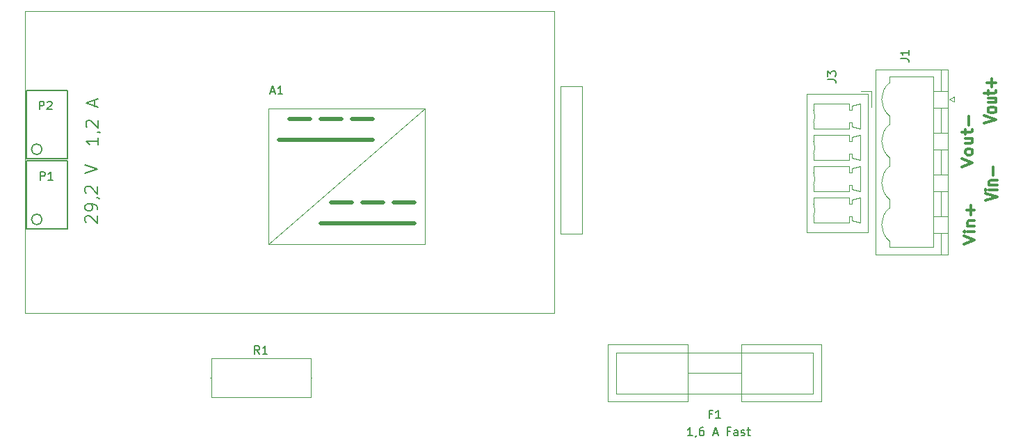
<source format=gbr>
%TF.GenerationSoftware,KiCad,Pcbnew,6.0.11+dfsg-1~bpo11+1*%
%TF.CreationDate,2023-03-23T17:03:22+00:00*%
%TF.ProjectId,mower_PowerDeviceCarrier,6d6f7765-725f-4506-9f77-657244657669,rev?*%
%TF.SameCoordinates,PX2b5aa20PY5837b10*%
%TF.FileFunction,Legend,Top*%
%TF.FilePolarity,Positive*%
%FSLAX46Y46*%
G04 Gerber Fmt 4.6, Leading zero omitted, Abs format (unit mm)*
G04 Created by KiCad (PCBNEW 6.0.11+dfsg-1~bpo11+1) date 2023-03-23 17:03:22*
%MOMM*%
%LPD*%
G01*
G04 APERTURE LIST*
%ADD10C,0.200000*%
%ADD11C,0.300000*%
%ADD12C,0.150000*%
%ADD13C,0.120000*%
%ADD14C,0.500000*%
G04 APERTURE END LIST*
D10*
X40126000Y-74316400D02*
X45104400Y-74316400D01*
X45104400Y-74316400D02*
X45104400Y-82647600D01*
X45104400Y-82647600D02*
X40126000Y-82647600D01*
X40126000Y-82647600D02*
X40126000Y-74316400D01*
X40126000Y-82850800D02*
X45104400Y-82850800D01*
X45104400Y-82850800D02*
X45104400Y-91182000D01*
X45104400Y-91182000D02*
X40126000Y-91182000D01*
X40126000Y-91182000D02*
X40126000Y-82850800D01*
X41991778Y-81479200D02*
G75*
G03*
X41991778Y-81479200I-646578J0D01*
G01*
X41991778Y-90013600D02*
G75*
G03*
X41991778Y-90013600I-646578J0D01*
G01*
D11*
X156804971Y-87729714D02*
X158304971Y-87296380D01*
X156804971Y-86863047D01*
X158304971Y-86429714D02*
X157304971Y-86429714D01*
X156804971Y-86429714D02*
X156876400Y-86491619D01*
X156947828Y-86429714D01*
X156876400Y-86367809D01*
X156804971Y-86429714D01*
X156947828Y-86429714D01*
X157304971Y-85810666D02*
X158304971Y-85810666D01*
X157447828Y-85810666D02*
X157376400Y-85748761D01*
X157304971Y-85624952D01*
X157304971Y-85439238D01*
X157376400Y-85315428D01*
X157519257Y-85253523D01*
X158304971Y-85253523D01*
X157733542Y-84634476D02*
X157733542Y-83644000D01*
X156652571Y-78270514D02*
X158152571Y-77837180D01*
X156652571Y-77403847D01*
X158152571Y-76784800D02*
X158081142Y-76908609D01*
X158009714Y-76970514D01*
X157866857Y-77032419D01*
X157438285Y-77032419D01*
X157295428Y-76970514D01*
X157224000Y-76908609D01*
X157152571Y-76784800D01*
X157152571Y-76599085D01*
X157224000Y-76475276D01*
X157295428Y-76413371D01*
X157438285Y-76351466D01*
X157866857Y-76351466D01*
X158009714Y-76413371D01*
X158081142Y-76475276D01*
X158152571Y-76599085D01*
X158152571Y-76784800D01*
X157152571Y-75237180D02*
X158152571Y-75237180D01*
X157152571Y-75794323D02*
X157938285Y-75794323D01*
X158081142Y-75732419D01*
X158152571Y-75608609D01*
X158152571Y-75422895D01*
X158081142Y-75299085D01*
X158009714Y-75237180D01*
X157152571Y-74803847D02*
X157152571Y-74308609D01*
X156652571Y-74618133D02*
X157938285Y-74618133D01*
X158081142Y-74556228D01*
X158152571Y-74432419D01*
X158152571Y-74308609D01*
X157581142Y-73875276D02*
X157581142Y-72884800D01*
X158152571Y-73380038D02*
X157009714Y-73380038D01*
X153968095Y-83626685D02*
X155268095Y-83126685D01*
X153968095Y-82626685D01*
X155268095Y-81912400D02*
X155206190Y-82055257D01*
X155144285Y-82126685D01*
X155020476Y-82198114D01*
X154649047Y-82198114D01*
X154525238Y-82126685D01*
X154463333Y-82055257D01*
X154401428Y-81912400D01*
X154401428Y-81698114D01*
X154463333Y-81555257D01*
X154525238Y-81483828D01*
X154649047Y-81412400D01*
X155020476Y-81412400D01*
X155144285Y-81483828D01*
X155206190Y-81555257D01*
X155268095Y-81698114D01*
X155268095Y-81912400D01*
X154401428Y-80126685D02*
X155268095Y-80126685D01*
X154401428Y-80769542D02*
X155082380Y-80769542D01*
X155206190Y-80698114D01*
X155268095Y-80555257D01*
X155268095Y-80340971D01*
X155206190Y-80198114D01*
X155144285Y-80126685D01*
X154401428Y-79626685D02*
X154401428Y-79055257D01*
X153968095Y-79412400D02*
X155082380Y-79412400D01*
X155206190Y-79340971D01*
X155268095Y-79198114D01*
X155268095Y-79055257D01*
X154772857Y-78555257D02*
X154772857Y-77412400D01*
D10*
X48830971Y-80085142D02*
X48830971Y-80942285D01*
X48830971Y-80513714D02*
X47330971Y-80513714D01*
X47545257Y-80656571D01*
X47688114Y-80799428D01*
X47759542Y-80942285D01*
X48759542Y-79370857D02*
X48830971Y-79370857D01*
X48973828Y-79442285D01*
X49045257Y-79513714D01*
X47473828Y-78799428D02*
X47402400Y-78728000D01*
X47330971Y-78585142D01*
X47330971Y-78228000D01*
X47402400Y-78085142D01*
X47473828Y-78013714D01*
X47616685Y-77942285D01*
X47759542Y-77942285D01*
X47973828Y-78013714D01*
X48830971Y-78870857D01*
X48830971Y-77942285D01*
X48402400Y-76228000D02*
X48402400Y-75513714D01*
X48830971Y-76370857D02*
X47330971Y-75870857D01*
X48830971Y-75370857D01*
D11*
X154222095Y-93036685D02*
X155522095Y-92536685D01*
X154222095Y-92036685D01*
X155522095Y-91536685D02*
X154655428Y-91536685D01*
X154222095Y-91536685D02*
X154284000Y-91608114D01*
X154345904Y-91536685D01*
X154284000Y-91465257D01*
X154222095Y-91536685D01*
X154345904Y-91536685D01*
X154655428Y-90822400D02*
X155522095Y-90822400D01*
X154779238Y-90822400D02*
X154717333Y-90750971D01*
X154655428Y-90608114D01*
X154655428Y-90393828D01*
X154717333Y-90250971D01*
X154841142Y-90179542D01*
X155522095Y-90179542D01*
X155026857Y-89465257D02*
X155026857Y-88322400D01*
X155522095Y-88893828D02*
X154531619Y-88893828D01*
D12*
X41673904Y-76648380D02*
X41673904Y-75648380D01*
X42054857Y-75648380D01*
X42150095Y-75696000D01*
X42197714Y-75743619D01*
X42245333Y-75838857D01*
X42245333Y-75981714D01*
X42197714Y-76076952D01*
X42150095Y-76124571D01*
X42054857Y-76172190D01*
X41673904Y-76172190D01*
X42626285Y-75743619D02*
X42673904Y-75696000D01*
X42769142Y-75648380D01*
X43007238Y-75648380D01*
X43102476Y-75696000D01*
X43150095Y-75743619D01*
X43197714Y-75838857D01*
X43197714Y-75934095D01*
X43150095Y-76076952D01*
X42578666Y-76648380D01*
X43197714Y-76648380D01*
X41775504Y-85233580D02*
X41775504Y-84233580D01*
X42156457Y-84233580D01*
X42251695Y-84281200D01*
X42299314Y-84328819D01*
X42346933Y-84424057D01*
X42346933Y-84566914D01*
X42299314Y-84662152D01*
X42251695Y-84709771D01*
X42156457Y-84757390D01*
X41775504Y-84757390D01*
X43299314Y-85233580D02*
X42727885Y-85233580D01*
X43013600Y-85233580D02*
X43013600Y-84233580D01*
X42918361Y-84376438D01*
X42823123Y-84471676D01*
X42727885Y-84519295D01*
D10*
X47372228Y-90394171D02*
X47300800Y-90322742D01*
X47229371Y-90179885D01*
X47229371Y-89822742D01*
X47300800Y-89679885D01*
X47372228Y-89608457D01*
X47515085Y-89537028D01*
X47657942Y-89537028D01*
X47872228Y-89608457D01*
X48729371Y-90465600D01*
X48729371Y-89537028D01*
X48729371Y-88822742D02*
X48729371Y-88537028D01*
X48657942Y-88394171D01*
X48586514Y-88322742D01*
X48372228Y-88179885D01*
X48086514Y-88108457D01*
X47515085Y-88108457D01*
X47372228Y-88179885D01*
X47300800Y-88251314D01*
X47229371Y-88394171D01*
X47229371Y-88679885D01*
X47300800Y-88822742D01*
X47372228Y-88894171D01*
X47515085Y-88965600D01*
X47872228Y-88965600D01*
X48015085Y-88894171D01*
X48086514Y-88822742D01*
X48157942Y-88679885D01*
X48157942Y-88394171D01*
X48086514Y-88251314D01*
X48015085Y-88179885D01*
X47872228Y-88108457D01*
X48657942Y-87394171D02*
X48729371Y-87394171D01*
X48872228Y-87465600D01*
X48943657Y-87537028D01*
X47372228Y-86822742D02*
X47300800Y-86751314D01*
X47229371Y-86608457D01*
X47229371Y-86251314D01*
X47300800Y-86108457D01*
X47372228Y-86037028D01*
X47515085Y-85965600D01*
X47657942Y-85965600D01*
X47872228Y-86037028D01*
X48729371Y-86894171D01*
X48729371Y-85965600D01*
X47229371Y-84394171D02*
X48729371Y-83894171D01*
X47229371Y-83394171D01*
D12*
%TO.C,F1*%
X123532666Y-113716571D02*
X123199333Y-113716571D01*
X123199333Y-114240380D02*
X123199333Y-113240380D01*
X123675523Y-113240380D01*
X124580285Y-114240380D02*
X124008857Y-114240380D01*
X124294571Y-114240380D02*
X124294571Y-113240380D01*
X124199333Y-113383238D01*
X124104095Y-113478476D01*
X124008857Y-113526095D01*
X121157723Y-116323180D02*
X120586295Y-116323180D01*
X120872009Y-116323180D02*
X120872009Y-115323180D01*
X120776771Y-115466038D01*
X120681533Y-115561276D01*
X120586295Y-115608895D01*
X121633914Y-116275561D02*
X121633914Y-116323180D01*
X121586295Y-116418419D01*
X121538676Y-116466038D01*
X122491057Y-115323180D02*
X122300580Y-115323180D01*
X122205342Y-115370800D01*
X122157723Y-115418419D01*
X122062485Y-115561276D01*
X122014866Y-115751752D01*
X122014866Y-116132704D01*
X122062485Y-116227942D01*
X122110104Y-116275561D01*
X122205342Y-116323180D01*
X122395819Y-116323180D01*
X122491057Y-116275561D01*
X122538676Y-116227942D01*
X122586295Y-116132704D01*
X122586295Y-115894609D01*
X122538676Y-115799371D01*
X122491057Y-115751752D01*
X122395819Y-115704133D01*
X122205342Y-115704133D01*
X122110104Y-115751752D01*
X122062485Y-115799371D01*
X122014866Y-115894609D01*
X123729152Y-116037466D02*
X124205342Y-116037466D01*
X123633914Y-116323180D02*
X123967247Y-115323180D01*
X124300580Y-116323180D01*
X125729152Y-115799371D02*
X125395819Y-115799371D01*
X125395819Y-116323180D02*
X125395819Y-115323180D01*
X125872009Y-115323180D01*
X126681533Y-116323180D02*
X126681533Y-115799371D01*
X126633914Y-115704133D01*
X126538676Y-115656514D01*
X126348200Y-115656514D01*
X126252961Y-115704133D01*
X126681533Y-116275561D02*
X126586295Y-116323180D01*
X126348200Y-116323180D01*
X126252961Y-116275561D01*
X126205342Y-116180323D01*
X126205342Y-116085085D01*
X126252961Y-115989847D01*
X126348200Y-115942228D01*
X126586295Y-115942228D01*
X126681533Y-115894609D01*
X127110104Y-116275561D02*
X127205342Y-116323180D01*
X127395819Y-116323180D01*
X127491057Y-116275561D01*
X127538676Y-116180323D01*
X127538676Y-116132704D01*
X127491057Y-116037466D01*
X127395819Y-115989847D01*
X127252961Y-115989847D01*
X127157723Y-115942228D01*
X127110104Y-115846990D01*
X127110104Y-115799371D01*
X127157723Y-115704133D01*
X127252961Y-115656514D01*
X127395819Y-115656514D01*
X127491057Y-115704133D01*
X127824390Y-115656514D02*
X128205342Y-115656514D01*
X127967247Y-115323180D02*
X127967247Y-116180323D01*
X128014866Y-116275561D01*
X128110104Y-116323180D01*
X128205342Y-116323180D01*
%TO.C,R1*%
X68472733Y-106391580D02*
X68139400Y-105915390D01*
X67901304Y-106391580D02*
X67901304Y-105391580D01*
X68282257Y-105391580D01*
X68377495Y-105439200D01*
X68425114Y-105486819D01*
X68472733Y-105582057D01*
X68472733Y-105724914D01*
X68425114Y-105820152D01*
X68377495Y-105867771D01*
X68282257Y-105915390D01*
X67901304Y-105915390D01*
X69425114Y-106391580D02*
X68853685Y-106391580D01*
X69139400Y-106391580D02*
X69139400Y-105391580D01*
X69044161Y-105534438D01*
X68948923Y-105629676D01*
X68853685Y-105677295D01*
%TO.C,A1*%
X69840914Y-74483066D02*
X70317104Y-74483066D01*
X69745676Y-74768780D02*
X70079009Y-73768780D01*
X70412342Y-74768780D01*
X71269485Y-74768780D02*
X70698057Y-74768780D01*
X70983771Y-74768780D02*
X70983771Y-73768780D01*
X70888533Y-73911638D01*
X70793295Y-74006876D01*
X70698057Y-74054495D01*
%TO.C,J3*%
X137622380Y-72973333D02*
X138336666Y-72973333D01*
X138479523Y-73020952D01*
X138574761Y-73116190D01*
X138622380Y-73259047D01*
X138622380Y-73354285D01*
X137622380Y-72592380D02*
X137622380Y-71973333D01*
X138003333Y-72306666D01*
X138003333Y-72163809D01*
X138050952Y-72068571D01*
X138098571Y-72020952D01*
X138193809Y-71973333D01*
X138431904Y-71973333D01*
X138527142Y-72020952D01*
X138574761Y-72068571D01*
X138622380Y-72163809D01*
X138622380Y-72449523D01*
X138574761Y-72544761D01*
X138527142Y-72592380D01*
%TO.C,J1*%
X146512380Y-70433333D02*
X147226666Y-70433333D01*
X147369523Y-70480952D01*
X147464761Y-70576190D01*
X147512380Y-70719047D01*
X147512380Y-70814285D01*
X147512380Y-69433333D02*
X147512380Y-70004761D01*
X147512380Y-69719047D02*
X146512380Y-69719047D01*
X146655238Y-69814285D01*
X146750476Y-69909523D01*
X146798095Y-70004761D01*
D13*
%TO.C,F1*%
X120616000Y-108708000D02*
X127116000Y-108708000D01*
X111866000Y-111208000D02*
X122616000Y-111208000D01*
X127116000Y-112208000D02*
X136866000Y-112208000D01*
X134616000Y-106208000D02*
X135866000Y-106208000D01*
X134366000Y-111208000D02*
X135866000Y-111208000D01*
X120616000Y-112208000D02*
X120616000Y-105208000D01*
X122366000Y-106208000D02*
X134616000Y-106208000D01*
X127116000Y-105208000D02*
X136866000Y-105208000D01*
X111866000Y-106208000D02*
X122366000Y-106208000D01*
X110866000Y-112208000D02*
X110866000Y-105208000D01*
X110866000Y-112208000D02*
X111866000Y-112208000D01*
X122616000Y-111208000D02*
X134366000Y-111208000D01*
X136866000Y-112208000D02*
X136866000Y-105208000D01*
X111866000Y-111208000D02*
X111866000Y-106208000D01*
X135866000Y-111208000D02*
X135866000Y-106208000D01*
X111866000Y-105208000D02*
X120616000Y-105208000D01*
X110866000Y-105208000D02*
X111866000Y-105208000D01*
X127116000Y-112208000D02*
X127116000Y-105208000D01*
X111866000Y-112208000D02*
X120616000Y-112208000D01*
%TO.C,R1*%
X74819400Y-109309200D02*
X74709400Y-109309200D01*
X62569400Y-106939200D02*
X62569400Y-111679200D01*
X74709400Y-106939200D02*
X62569400Y-106939200D01*
X62569400Y-111679200D02*
X74709400Y-111679200D01*
X74709400Y-111679200D02*
X74709400Y-106939200D01*
X62459400Y-109309200D02*
X62569400Y-109309200D01*
%TO.C,A1*%
X39897400Y-64689800D02*
X104362600Y-64689800D01*
X87319200Y-93010800D02*
X88589200Y-93010800D01*
X104362600Y-64689800D02*
X104362600Y-101443600D01*
X88589200Y-76500800D02*
X69539200Y-93010800D01*
X69539200Y-93010800D02*
X87319200Y-93010800D01*
D14*
X87319200Y-87930800D02*
X84779200Y-87930800D01*
D13*
X69539200Y-76500800D02*
X69539200Y-93010800D01*
X39897400Y-101443600D02*
X39897400Y-64689800D01*
D14*
X83509200Y-87930800D02*
X80969200Y-87930800D01*
X79699200Y-87930800D02*
X77159200Y-87930800D01*
X82239200Y-77770800D02*
X79699200Y-77770800D01*
D13*
X104362600Y-101443600D02*
X39973600Y-101443600D01*
D14*
X78429200Y-77770800D02*
X75889200Y-77770800D01*
X87319200Y-90470800D02*
X75889200Y-90470800D01*
D13*
X88589200Y-93010800D02*
X88589200Y-76500800D01*
D14*
X74619200Y-77770800D02*
X72079200Y-77770800D01*
X82239200Y-80310800D02*
X70809200Y-80310800D01*
D13*
X88589200Y-76500800D02*
X69539200Y-76500800D01*
%TO.C,J3*%
X140570000Y-78216000D02*
X140220000Y-78216000D01*
X140570000Y-80026000D02*
X141570000Y-79776000D01*
X135060000Y-91606000D02*
X142530000Y-91606000D01*
X135920000Y-84336000D02*
X135920000Y-83586000D01*
X140220000Y-78966000D02*
X135920000Y-78966000D01*
X140220000Y-79776000D02*
X140220000Y-80526000D01*
X135920000Y-80526000D02*
X135920000Y-79776000D01*
X135920000Y-79776000D02*
X140220000Y-79776000D01*
X140570000Y-90146000D02*
X140570000Y-89646000D01*
X140220000Y-75966000D02*
X140220000Y-76716000D01*
X135920000Y-88146000D02*
X135920000Y-87396000D01*
X140220000Y-88146000D02*
X140570000Y-88146000D01*
X142530000Y-91606000D02*
X142530000Y-74756000D01*
X140570000Y-78716000D02*
X140570000Y-78216000D01*
X140220000Y-83586000D02*
X140220000Y-84336000D01*
X140220000Y-80526000D02*
X140570000Y-80526000D01*
X140570000Y-88146000D02*
X140570000Y-87646000D01*
X140570000Y-82026000D02*
X140220000Y-82026000D01*
X141570000Y-78966000D02*
X140570000Y-78716000D01*
X141570000Y-83586000D02*
X141570000Y-86586000D01*
X140570000Y-82526000D02*
X140570000Y-82026000D01*
X140220000Y-82776000D02*
X135920000Y-82776000D01*
X142920000Y-74366000D02*
X142920000Y-76366000D01*
X141570000Y-75966000D02*
X141570000Y-78966000D01*
X140570000Y-83836000D02*
X141570000Y-83586000D01*
X135920000Y-82776000D02*
X135920000Y-82026000D01*
X140570000Y-76716000D02*
X140570000Y-76216000D01*
X135920000Y-86586000D02*
X135920000Y-85836000D01*
X141570000Y-90396000D02*
X140570000Y-90146000D01*
X142530000Y-74756000D02*
X135060000Y-74756000D01*
X135920000Y-75966000D02*
X140220000Y-75966000D01*
X140570000Y-85836000D02*
X140220000Y-85836000D01*
X141670000Y-74366000D02*
X142920000Y-74366000D01*
X135060000Y-74756000D02*
X135060000Y-91606000D01*
X140570000Y-84336000D02*
X140570000Y-83836000D01*
X140570000Y-86336000D02*
X140570000Y-85836000D01*
X135920000Y-87396000D02*
X140220000Y-87396000D01*
X140220000Y-87396000D02*
X140220000Y-88146000D01*
X140220000Y-78216000D02*
X140220000Y-78966000D01*
X141570000Y-87396000D02*
X141570000Y-90396000D01*
X140220000Y-76716000D02*
X140570000Y-76716000D01*
X140220000Y-82026000D02*
X140220000Y-82776000D01*
X141570000Y-86586000D02*
X140570000Y-86336000D01*
X140220000Y-89646000D02*
X140220000Y-90396000D01*
X140570000Y-76216000D02*
X141570000Y-75966000D01*
X140570000Y-89646000D02*
X140220000Y-89646000D01*
X135920000Y-90396000D02*
X135920000Y-89646000D01*
X140220000Y-84336000D02*
X140570000Y-84336000D01*
X140220000Y-90396000D02*
X135920000Y-90396000D01*
X140220000Y-86586000D02*
X135920000Y-86586000D01*
X141570000Y-82776000D02*
X140570000Y-82526000D01*
X135920000Y-78966000D02*
X135920000Y-78216000D01*
X135920000Y-83586000D02*
X140220000Y-83586000D01*
X140220000Y-85836000D02*
X140220000Y-86586000D01*
X140570000Y-87646000D02*
X141570000Y-87396000D01*
X140570000Y-80526000D02*
X140570000Y-80026000D01*
X141570000Y-79776000D02*
X141570000Y-82776000D01*
X135920000Y-76716000D02*
X135920000Y-75966000D01*
X135920155Y-85835647D02*
G75*
G03*
X135920000Y-84336000I-1700155J749647D01*
G01*
X135920155Y-82025647D02*
G75*
G03*
X135920000Y-80526000I-1700155J749647D01*
G01*
X135920155Y-78215647D02*
G75*
G03*
X135920000Y-76716000I-1700155J749647D01*
G01*
X135920155Y-89645647D02*
G75*
G03*
X135920000Y-88146000I-1700155J749647D01*
G01*
%TO.C,J4*%
X107750000Y-91750000D02*
X106420000Y-91750000D01*
X107750000Y-90420000D02*
X107750000Y-73850000D01*
X107750000Y-90420000D02*
X107750000Y-91750000D01*
X107750000Y-73850000D02*
X105090000Y-73850000D01*
X105090000Y-91750000D02*
X105090000Y-73850000D01*
X107750000Y-91750000D02*
X105090000Y-91750000D01*
%TO.C,J1*%
X145153500Y-73401600D02*
X145153500Y-72661600D01*
X152263500Y-94291600D02*
X152263500Y-71751600D01*
X145153500Y-72661600D02*
X150453500Y-72661600D01*
X151453500Y-94291600D02*
X151453500Y-91751600D01*
X150453500Y-72661600D02*
X150453500Y-93381600D01*
X153063500Y-75701600D02*
X152463500Y-75401600D01*
X151453500Y-76401600D02*
X151453500Y-79481600D01*
X152263500Y-76401600D02*
X150453500Y-76401600D01*
X152263500Y-89641600D02*
X152263500Y-91641600D01*
X151453500Y-71751600D02*
X151453500Y-74291600D01*
X150453500Y-86561600D02*
X150453500Y-84561600D01*
X150453500Y-91641600D02*
X150453500Y-89641600D01*
X145153500Y-93381600D02*
X145153500Y-92641600D01*
X152263500Y-91641600D02*
X150453500Y-91641600D01*
X152263500Y-74401600D02*
X152263500Y-76401600D01*
X153063500Y-75101600D02*
X153063500Y-75701600D01*
X150453500Y-76401600D02*
X150453500Y-74401600D01*
X150453500Y-74401600D02*
X152263500Y-74401600D01*
X145153500Y-87561600D02*
X145153500Y-88641600D01*
X150453500Y-81481600D02*
X150453500Y-79481600D01*
X151453500Y-81481600D02*
X151453500Y-84561600D01*
X145153500Y-82481600D02*
X145153500Y-83561600D01*
X152263500Y-81481600D02*
X150453500Y-81481600D01*
X151453500Y-86561600D02*
X151453500Y-89641600D01*
X150453500Y-93381600D02*
X145153500Y-93381600D01*
X150453500Y-89641600D02*
X152263500Y-89641600D01*
X152263500Y-84561600D02*
X152263500Y-86561600D01*
X150453500Y-79481600D02*
X152263500Y-79481600D01*
X152263500Y-79481600D02*
X152263500Y-81481600D01*
X152263500Y-86561600D02*
X150453500Y-86561600D01*
X150453500Y-84561600D02*
X152263500Y-84561600D01*
X145153500Y-77401600D02*
X145153500Y-78481600D01*
X143443500Y-94291600D02*
X152263500Y-94291600D01*
X152463500Y-75401600D02*
X153063500Y-75101600D01*
X143443500Y-71751600D02*
X143443500Y-94291600D01*
X152263500Y-71751600D02*
X143443500Y-71751600D01*
X145153500Y-73401600D02*
G75*
G03*
X145137679Y-77388442I1650000J-2000000D01*
G01*
X145153500Y-88641600D02*
G75*
G03*
X145137679Y-92628442I1650000J-2000000D01*
G01*
X145153500Y-83561600D02*
G75*
G03*
X145137679Y-87548442I1650000J-2000000D01*
G01*
X145153500Y-78481600D02*
G75*
G03*
X145137679Y-82468442I1650000J-2000000D01*
G01*
%TD*%
M02*

</source>
